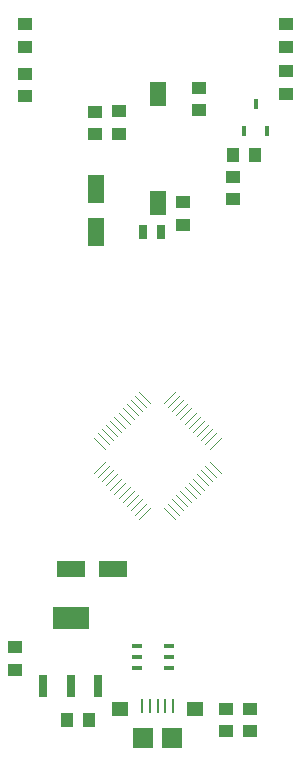
<source format=gbr>
%TF.GenerationSoftware,Novarm,DipTrace Beta,2.9.0.1*%
%TF.CreationDate,2015-11-14T18:18:51-04:00*%
%FSLAX35Y35*%
%MOMM*%
%TF.FileFunction,Paste,Top*%
%TF.Part,Single*%
%AMOUTLINE2*
4,1,4,
0.45963,0.53035,
0.53035,0.45963,
-0.45963,-0.53035,
-0.53035,-0.45963,
0.45963,0.53035,
0*%
%AMOUTLINE5*
4,1,4,
-0.53035,0.45963,
-0.45963,0.53035,
0.53035,-0.45963,
0.45963,-0.53035,
-0.53035,0.45963,
0*%
%ADD25R,1.7X1.7*%
%ADD56R,3.05X1.95*%
%ADD58R,0.75X1.95*%
%ADD60R,0.9X0.4*%
%ADD62R,1.4X2.0*%
%ADD64R,0.45X0.85*%
%ADD68R,0.8X1.15*%
%ADD70R,0.2X1.15*%
%ADD72R,1.4X1.2*%
%ADD86R,1.1X1.3*%
%ADD88R,1.4X2.4*%
%ADD90R,1.3X1.1*%
%ADD92R,2.4X1.4*%
%ADD98OUTLINE2*%
%ADD101OUTLINE5*%
G75*
G01*
%LPD*%
D92*
X1968861Y2581341D3*
X1608861D3*
D88*
X1823214Y5435147D3*
Y5795147D3*
D90*
X2018541Y6267961D3*
Y6457961D3*
X3129124Y1207551D3*
Y1397551D3*
D86*
X1767547Y1304701D3*
X1577547D3*
D90*
X1137544Y1916554D3*
Y1726554D3*
X1226061Y7001001D3*
Y7191001D3*
X3430781D3*
Y7001001D3*
D25*
X2466201Y1152401D3*
X2226201D3*
D72*
X2026201Y1397401D3*
X2666201D3*
D70*
X2216201Y1419901D3*
X2281201D3*
X2346201D3*
X2411201D3*
X2476201D3*
D68*
X2376114Y5432807D3*
X2226114D3*
D64*
X3081587Y6286671D3*
X3271587D3*
X3176587Y6516671D3*
D90*
X2699171Y6655761D3*
Y6465761D3*
X2565031Y5686454D3*
Y5496454D3*
X1820421Y6262881D3*
Y6452881D3*
X2925924Y1398051D3*
Y1208051D3*
X1219951Y6582641D3*
Y6772641D3*
X3430781Y6603241D3*
Y6793241D3*
X2983097Y5711247D3*
Y5901247D3*
D86*
X3172274Y6090164D3*
X2982274D3*
D62*
X2346201Y5678681D3*
Y6598681D3*
D98*
X2837636Y3642531D3*
X2802283Y3677887D3*
X2766926Y3713241D3*
X2731573Y3748597D3*
X2696216Y3783954D3*
X2660860Y3819307D3*
X2625506Y3854664D3*
X2590150Y3890017D3*
X2554793Y3925374D3*
X2519440Y3960731D3*
X2484083Y3996084D3*
X2448730Y4031441D3*
D101*
X2243666D3*
X2208313Y3996084D3*
X2172956Y3960731D3*
X2137603Y3925374D3*
X2102246Y3890017D3*
X2066890Y3854664D3*
X2031536Y3819307D3*
X1996180Y3783954D3*
X1960826Y3748597D3*
X1925470Y3713241D3*
X1890113Y3677887D3*
X1854760Y3642531D3*
D98*
Y3437471D3*
X1890113Y3402114D3*
X1925470Y3366761D3*
X1960826Y3331404D3*
X1996180Y3296047D3*
X2031536Y3260694D3*
X2066890Y3225337D3*
X2102246Y3189984D3*
X2137603Y3154627D3*
X2172956Y3119271D3*
X2208313Y3083917D3*
X2243666Y3048561D3*
D101*
X2448730D3*
X2484083Y3083917D3*
X2519440Y3119271D3*
X2554793Y3154627D3*
X2590150Y3189984D3*
X2625506Y3225337D3*
X2660860Y3260694D3*
X2696216Y3296047D3*
X2731573Y3331404D3*
X2766926Y3366761D3*
X2802283Y3402114D3*
X2837636Y3437471D3*
D60*
X2438914Y1740624D3*
Y1835624D3*
Y1930624D3*
X2168914D3*
Y1835624D3*
Y1740624D3*
D58*
X1379701Y1589927D3*
X1609701D3*
X1839701D3*
D56*
X1609701Y2169927D3*
M02*

</source>
